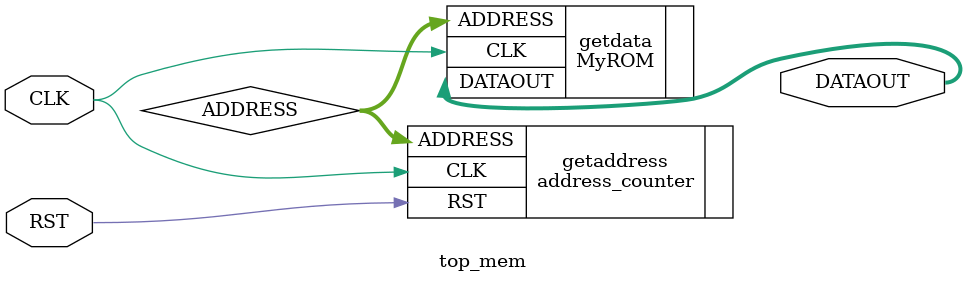
<source format=sv>
module top_mem(
input logic CLK, RST,
output logic [8:0] DATAOUT
);

logic [4:0] ADDRESS;

address_counter getaddress(
.CLK (CLK),
.RST (RST),
.ADDRESS (ADDRESS)
);


MyROM getdata(
.CLK (CLK),
.ADDRESS (ADDRESS),
.DATAOUT (DATAOUT)
);
endmodule
</source>
